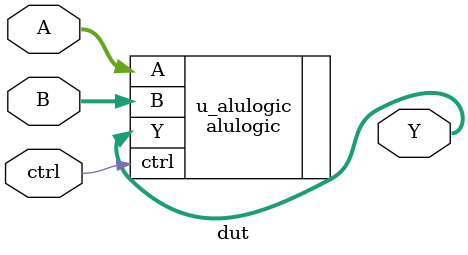
<source format=v>
`timescale 1ns/1ps

module dut (
  input  [31:0] A,
  input  [31:0] B,
  input  [0:0]  ctrl,
  output [31:0] Y
);

  alulogic u_alulogic (
    .A(A),
    .B(B),
    .ctrl(ctrl),
    .Y(Y)
  );

endmodule

</source>
